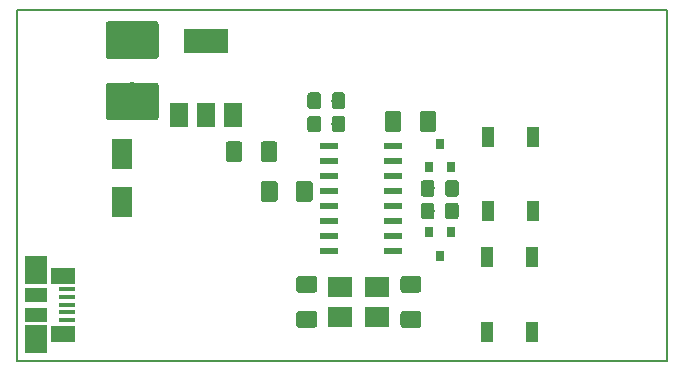
<source format=gbr>
G04 #@! TF.GenerationSoftware,KiCad,Pcbnew,(5.1.0-0)*
G04 #@! TF.CreationDate,2019-04-05T23:49:43+03:00*
G04 #@! TF.ProjectId,curtains-driver,63757274-6169-46e7-932d-647269766572,rev?*
G04 #@! TF.SameCoordinates,Original*
G04 #@! TF.FileFunction,Paste,Top*
G04 #@! TF.FilePolarity,Positive*
%FSLAX46Y46*%
G04 Gerber Fmt 4.6, Leading zero omitted, Abs format (unit mm)*
G04 Created by KiCad (PCBNEW (5.1.0-0)) date 2019-04-05 23:49:43*
%MOMM*%
%LPD*%
G04 APERTURE LIST*
%ADD10C,0.150000*%
%ADD11R,1.000000X1.700000*%
%ADD12R,2.100000X1.800000*%
%ADD13R,1.800000X2.500000*%
%ADD14C,0.100000*%
%ADD15C,1.150000*%
%ADD16C,1.425000*%
%ADD17R,1.380000X0.450000*%
%ADD18R,2.100000X1.475000*%
%ADD19R,1.900000X2.375000*%
%ADD20R,1.900000X1.175000*%
%ADD21R,1.500000X0.600000*%
%ADD22R,0.800000X0.900000*%
%ADD23C,3.200000*%
%ADD24R,3.800000X2.000000*%
%ADD25R,1.500000X2.000000*%
G04 APERTURE END LIST*
D10*
X134000000Y-63754000D02*
X134000000Y-93500000D01*
X78968600Y-63754000D02*
X78968600Y-93472000D01*
X134000000Y-93500000D02*
X78968600Y-93472000D01*
X78968600Y-63754000D02*
X134000000Y-63754000D01*
D11*
X122575400Y-84683200D03*
X122575400Y-90983200D03*
X118775400Y-84683200D03*
X118775400Y-90983200D03*
X118826200Y-80797800D03*
X118826200Y-74497800D03*
X122626200Y-80797800D03*
X122626200Y-74497800D03*
D12*
X109423800Y-89718200D03*
X106323800Y-89718200D03*
X106323800Y-87218200D03*
X109423800Y-87218200D03*
D13*
X87833200Y-75978000D03*
X87833200Y-79978000D03*
D14*
G36*
X106517805Y-72707204D02*
G01*
X106542073Y-72710804D01*
X106565872Y-72716765D01*
X106588971Y-72725030D01*
X106611150Y-72735520D01*
X106632193Y-72748132D01*
X106651899Y-72762747D01*
X106670077Y-72779223D01*
X106686553Y-72797401D01*
X106701168Y-72817107D01*
X106713780Y-72838150D01*
X106724270Y-72860329D01*
X106732535Y-72883428D01*
X106738496Y-72907227D01*
X106742096Y-72931495D01*
X106743300Y-72955999D01*
X106743300Y-73856001D01*
X106742096Y-73880505D01*
X106738496Y-73904773D01*
X106732535Y-73928572D01*
X106724270Y-73951671D01*
X106713780Y-73973850D01*
X106701168Y-73994893D01*
X106686553Y-74014599D01*
X106670077Y-74032777D01*
X106651899Y-74049253D01*
X106632193Y-74063868D01*
X106611150Y-74076480D01*
X106588971Y-74086970D01*
X106565872Y-74095235D01*
X106542073Y-74101196D01*
X106517805Y-74104796D01*
X106493301Y-74106000D01*
X105843299Y-74106000D01*
X105818795Y-74104796D01*
X105794527Y-74101196D01*
X105770728Y-74095235D01*
X105747629Y-74086970D01*
X105725450Y-74076480D01*
X105704407Y-74063868D01*
X105684701Y-74049253D01*
X105666523Y-74032777D01*
X105650047Y-74014599D01*
X105635432Y-73994893D01*
X105622820Y-73973850D01*
X105612330Y-73951671D01*
X105604065Y-73928572D01*
X105598104Y-73904773D01*
X105594504Y-73880505D01*
X105593300Y-73856001D01*
X105593300Y-72955999D01*
X105594504Y-72931495D01*
X105598104Y-72907227D01*
X105604065Y-72883428D01*
X105612330Y-72860329D01*
X105622820Y-72838150D01*
X105635432Y-72817107D01*
X105650047Y-72797401D01*
X105666523Y-72779223D01*
X105684701Y-72762747D01*
X105704407Y-72748132D01*
X105725450Y-72735520D01*
X105747629Y-72725030D01*
X105770728Y-72716765D01*
X105794527Y-72710804D01*
X105818795Y-72707204D01*
X105843299Y-72706000D01*
X106493301Y-72706000D01*
X106517805Y-72707204D01*
X106517805Y-72707204D01*
G37*
D15*
X106168300Y-73406000D03*
D14*
G36*
X104467805Y-72707204D02*
G01*
X104492073Y-72710804D01*
X104515872Y-72716765D01*
X104538971Y-72725030D01*
X104561150Y-72735520D01*
X104582193Y-72748132D01*
X104601899Y-72762747D01*
X104620077Y-72779223D01*
X104636553Y-72797401D01*
X104651168Y-72817107D01*
X104663780Y-72838150D01*
X104674270Y-72860329D01*
X104682535Y-72883428D01*
X104688496Y-72907227D01*
X104692096Y-72931495D01*
X104693300Y-72955999D01*
X104693300Y-73856001D01*
X104692096Y-73880505D01*
X104688496Y-73904773D01*
X104682535Y-73928572D01*
X104674270Y-73951671D01*
X104663780Y-73973850D01*
X104651168Y-73994893D01*
X104636553Y-74014599D01*
X104620077Y-74032777D01*
X104601899Y-74049253D01*
X104582193Y-74063868D01*
X104561150Y-74076480D01*
X104538971Y-74086970D01*
X104515872Y-74095235D01*
X104492073Y-74101196D01*
X104467805Y-74104796D01*
X104443301Y-74106000D01*
X103793299Y-74106000D01*
X103768795Y-74104796D01*
X103744527Y-74101196D01*
X103720728Y-74095235D01*
X103697629Y-74086970D01*
X103675450Y-74076480D01*
X103654407Y-74063868D01*
X103634701Y-74049253D01*
X103616523Y-74032777D01*
X103600047Y-74014599D01*
X103585432Y-73994893D01*
X103572820Y-73973850D01*
X103562330Y-73951671D01*
X103554065Y-73928572D01*
X103548104Y-73904773D01*
X103544504Y-73880505D01*
X103543300Y-73856001D01*
X103543300Y-72955999D01*
X103544504Y-72931495D01*
X103548104Y-72907227D01*
X103554065Y-72883428D01*
X103562330Y-72860329D01*
X103572820Y-72838150D01*
X103585432Y-72817107D01*
X103600047Y-72797401D01*
X103616523Y-72779223D01*
X103634701Y-72762747D01*
X103654407Y-72748132D01*
X103675450Y-72735520D01*
X103697629Y-72725030D01*
X103720728Y-72716765D01*
X103744527Y-72710804D01*
X103768795Y-72707204D01*
X103793299Y-72706000D01*
X104443301Y-72706000D01*
X104467805Y-72707204D01*
X104467805Y-72707204D01*
G37*
D15*
X104118300Y-73406000D03*
D14*
G36*
X116119005Y-78168204D02*
G01*
X116143273Y-78171804D01*
X116167072Y-78177765D01*
X116190171Y-78186030D01*
X116212350Y-78196520D01*
X116233393Y-78209132D01*
X116253099Y-78223747D01*
X116271277Y-78240223D01*
X116287753Y-78258401D01*
X116302368Y-78278107D01*
X116314980Y-78299150D01*
X116325470Y-78321329D01*
X116333735Y-78344428D01*
X116339696Y-78368227D01*
X116343296Y-78392495D01*
X116344500Y-78416999D01*
X116344500Y-79317001D01*
X116343296Y-79341505D01*
X116339696Y-79365773D01*
X116333735Y-79389572D01*
X116325470Y-79412671D01*
X116314980Y-79434850D01*
X116302368Y-79455893D01*
X116287753Y-79475599D01*
X116271277Y-79493777D01*
X116253099Y-79510253D01*
X116233393Y-79524868D01*
X116212350Y-79537480D01*
X116190171Y-79547970D01*
X116167072Y-79556235D01*
X116143273Y-79562196D01*
X116119005Y-79565796D01*
X116094501Y-79567000D01*
X115444499Y-79567000D01*
X115419995Y-79565796D01*
X115395727Y-79562196D01*
X115371928Y-79556235D01*
X115348829Y-79547970D01*
X115326650Y-79537480D01*
X115305607Y-79524868D01*
X115285901Y-79510253D01*
X115267723Y-79493777D01*
X115251247Y-79475599D01*
X115236632Y-79455893D01*
X115224020Y-79434850D01*
X115213530Y-79412671D01*
X115205265Y-79389572D01*
X115199304Y-79365773D01*
X115195704Y-79341505D01*
X115194500Y-79317001D01*
X115194500Y-78416999D01*
X115195704Y-78392495D01*
X115199304Y-78368227D01*
X115205265Y-78344428D01*
X115213530Y-78321329D01*
X115224020Y-78299150D01*
X115236632Y-78278107D01*
X115251247Y-78258401D01*
X115267723Y-78240223D01*
X115285901Y-78223747D01*
X115305607Y-78209132D01*
X115326650Y-78196520D01*
X115348829Y-78186030D01*
X115371928Y-78177765D01*
X115395727Y-78171804D01*
X115419995Y-78168204D01*
X115444499Y-78167000D01*
X116094501Y-78167000D01*
X116119005Y-78168204D01*
X116119005Y-78168204D01*
G37*
D15*
X115769500Y-78867000D03*
D14*
G36*
X114069005Y-78168204D02*
G01*
X114093273Y-78171804D01*
X114117072Y-78177765D01*
X114140171Y-78186030D01*
X114162350Y-78196520D01*
X114183393Y-78209132D01*
X114203099Y-78223747D01*
X114221277Y-78240223D01*
X114237753Y-78258401D01*
X114252368Y-78278107D01*
X114264980Y-78299150D01*
X114275470Y-78321329D01*
X114283735Y-78344428D01*
X114289696Y-78368227D01*
X114293296Y-78392495D01*
X114294500Y-78416999D01*
X114294500Y-79317001D01*
X114293296Y-79341505D01*
X114289696Y-79365773D01*
X114283735Y-79389572D01*
X114275470Y-79412671D01*
X114264980Y-79434850D01*
X114252368Y-79455893D01*
X114237753Y-79475599D01*
X114221277Y-79493777D01*
X114203099Y-79510253D01*
X114183393Y-79524868D01*
X114162350Y-79537480D01*
X114140171Y-79547970D01*
X114117072Y-79556235D01*
X114093273Y-79562196D01*
X114069005Y-79565796D01*
X114044501Y-79567000D01*
X113394499Y-79567000D01*
X113369995Y-79565796D01*
X113345727Y-79562196D01*
X113321928Y-79556235D01*
X113298829Y-79547970D01*
X113276650Y-79537480D01*
X113255607Y-79524868D01*
X113235901Y-79510253D01*
X113217723Y-79493777D01*
X113201247Y-79475599D01*
X113186632Y-79455893D01*
X113174020Y-79434850D01*
X113163530Y-79412671D01*
X113155265Y-79389572D01*
X113149304Y-79365773D01*
X113145704Y-79341505D01*
X113144500Y-79317001D01*
X113144500Y-78416999D01*
X113145704Y-78392495D01*
X113149304Y-78368227D01*
X113155265Y-78344428D01*
X113163530Y-78321329D01*
X113174020Y-78299150D01*
X113186632Y-78278107D01*
X113201247Y-78258401D01*
X113217723Y-78240223D01*
X113235901Y-78223747D01*
X113255607Y-78209132D01*
X113276650Y-78196520D01*
X113298829Y-78186030D01*
X113321928Y-78177765D01*
X113345727Y-78171804D01*
X113369995Y-78168204D01*
X113394499Y-78167000D01*
X114044501Y-78167000D01*
X114069005Y-78168204D01*
X114069005Y-78168204D01*
G37*
D15*
X113719500Y-78867000D03*
D14*
G36*
X104467805Y-70738704D02*
G01*
X104492073Y-70742304D01*
X104515872Y-70748265D01*
X104538971Y-70756530D01*
X104561150Y-70767020D01*
X104582193Y-70779632D01*
X104601899Y-70794247D01*
X104620077Y-70810723D01*
X104636553Y-70828901D01*
X104651168Y-70848607D01*
X104663780Y-70869650D01*
X104674270Y-70891829D01*
X104682535Y-70914928D01*
X104688496Y-70938727D01*
X104692096Y-70962995D01*
X104693300Y-70987499D01*
X104693300Y-71887501D01*
X104692096Y-71912005D01*
X104688496Y-71936273D01*
X104682535Y-71960072D01*
X104674270Y-71983171D01*
X104663780Y-72005350D01*
X104651168Y-72026393D01*
X104636553Y-72046099D01*
X104620077Y-72064277D01*
X104601899Y-72080753D01*
X104582193Y-72095368D01*
X104561150Y-72107980D01*
X104538971Y-72118470D01*
X104515872Y-72126735D01*
X104492073Y-72132696D01*
X104467805Y-72136296D01*
X104443301Y-72137500D01*
X103793299Y-72137500D01*
X103768795Y-72136296D01*
X103744527Y-72132696D01*
X103720728Y-72126735D01*
X103697629Y-72118470D01*
X103675450Y-72107980D01*
X103654407Y-72095368D01*
X103634701Y-72080753D01*
X103616523Y-72064277D01*
X103600047Y-72046099D01*
X103585432Y-72026393D01*
X103572820Y-72005350D01*
X103562330Y-71983171D01*
X103554065Y-71960072D01*
X103548104Y-71936273D01*
X103544504Y-71912005D01*
X103543300Y-71887501D01*
X103543300Y-70987499D01*
X103544504Y-70962995D01*
X103548104Y-70938727D01*
X103554065Y-70914928D01*
X103562330Y-70891829D01*
X103572820Y-70869650D01*
X103585432Y-70848607D01*
X103600047Y-70828901D01*
X103616523Y-70810723D01*
X103634701Y-70794247D01*
X103654407Y-70779632D01*
X103675450Y-70767020D01*
X103697629Y-70756530D01*
X103720728Y-70748265D01*
X103744527Y-70742304D01*
X103768795Y-70738704D01*
X103793299Y-70737500D01*
X104443301Y-70737500D01*
X104467805Y-70738704D01*
X104467805Y-70738704D01*
G37*
D15*
X104118300Y-71437500D03*
D14*
G36*
X106517805Y-70738704D02*
G01*
X106542073Y-70742304D01*
X106565872Y-70748265D01*
X106588971Y-70756530D01*
X106611150Y-70767020D01*
X106632193Y-70779632D01*
X106651899Y-70794247D01*
X106670077Y-70810723D01*
X106686553Y-70828901D01*
X106701168Y-70848607D01*
X106713780Y-70869650D01*
X106724270Y-70891829D01*
X106732535Y-70914928D01*
X106738496Y-70938727D01*
X106742096Y-70962995D01*
X106743300Y-70987499D01*
X106743300Y-71887501D01*
X106742096Y-71912005D01*
X106738496Y-71936273D01*
X106732535Y-71960072D01*
X106724270Y-71983171D01*
X106713780Y-72005350D01*
X106701168Y-72026393D01*
X106686553Y-72046099D01*
X106670077Y-72064277D01*
X106651899Y-72080753D01*
X106632193Y-72095368D01*
X106611150Y-72107980D01*
X106588971Y-72118470D01*
X106565872Y-72126735D01*
X106542073Y-72132696D01*
X106517805Y-72136296D01*
X106493301Y-72137500D01*
X105843299Y-72137500D01*
X105818795Y-72136296D01*
X105794527Y-72132696D01*
X105770728Y-72126735D01*
X105747629Y-72118470D01*
X105725450Y-72107980D01*
X105704407Y-72095368D01*
X105684701Y-72080753D01*
X105666523Y-72064277D01*
X105650047Y-72046099D01*
X105635432Y-72026393D01*
X105622820Y-72005350D01*
X105612330Y-71983171D01*
X105604065Y-71960072D01*
X105598104Y-71936273D01*
X105594504Y-71912005D01*
X105593300Y-71887501D01*
X105593300Y-70987499D01*
X105594504Y-70962995D01*
X105598104Y-70938727D01*
X105604065Y-70914928D01*
X105612330Y-70891829D01*
X105622820Y-70869650D01*
X105635432Y-70848607D01*
X105650047Y-70828901D01*
X105666523Y-70810723D01*
X105684701Y-70794247D01*
X105704407Y-70779632D01*
X105725450Y-70767020D01*
X105747629Y-70756530D01*
X105770728Y-70748265D01*
X105794527Y-70742304D01*
X105818795Y-70738704D01*
X105843299Y-70737500D01*
X106493301Y-70737500D01*
X106517805Y-70738704D01*
X106517805Y-70738704D01*
G37*
D15*
X106168300Y-71437500D03*
D14*
G36*
X104129104Y-89244404D02*
G01*
X104153373Y-89248004D01*
X104177171Y-89253965D01*
X104200271Y-89262230D01*
X104222449Y-89272720D01*
X104243493Y-89285333D01*
X104263198Y-89299947D01*
X104281377Y-89316423D01*
X104297853Y-89334602D01*
X104312467Y-89354307D01*
X104325080Y-89375351D01*
X104335570Y-89397529D01*
X104343835Y-89420629D01*
X104349796Y-89444427D01*
X104353396Y-89468696D01*
X104354600Y-89493200D01*
X104354600Y-90418200D01*
X104353396Y-90442704D01*
X104349796Y-90466973D01*
X104343835Y-90490771D01*
X104335570Y-90513871D01*
X104325080Y-90536049D01*
X104312467Y-90557093D01*
X104297853Y-90576798D01*
X104281377Y-90594977D01*
X104263198Y-90611453D01*
X104243493Y-90626067D01*
X104222449Y-90638680D01*
X104200271Y-90649170D01*
X104177171Y-90657435D01*
X104153373Y-90663396D01*
X104129104Y-90666996D01*
X104104600Y-90668200D01*
X102854600Y-90668200D01*
X102830096Y-90666996D01*
X102805827Y-90663396D01*
X102782029Y-90657435D01*
X102758929Y-90649170D01*
X102736751Y-90638680D01*
X102715707Y-90626067D01*
X102696002Y-90611453D01*
X102677823Y-90594977D01*
X102661347Y-90576798D01*
X102646733Y-90557093D01*
X102634120Y-90536049D01*
X102623630Y-90513871D01*
X102615365Y-90490771D01*
X102609404Y-90466973D01*
X102605804Y-90442704D01*
X102604600Y-90418200D01*
X102604600Y-89493200D01*
X102605804Y-89468696D01*
X102609404Y-89444427D01*
X102615365Y-89420629D01*
X102623630Y-89397529D01*
X102634120Y-89375351D01*
X102646733Y-89354307D01*
X102661347Y-89334602D01*
X102677823Y-89316423D01*
X102696002Y-89299947D01*
X102715707Y-89285333D01*
X102736751Y-89272720D01*
X102758929Y-89262230D01*
X102782029Y-89253965D01*
X102805827Y-89248004D01*
X102830096Y-89244404D01*
X102854600Y-89243200D01*
X104104600Y-89243200D01*
X104129104Y-89244404D01*
X104129104Y-89244404D01*
G37*
D16*
X103479600Y-89955700D03*
D14*
G36*
X104129104Y-86269404D02*
G01*
X104153373Y-86273004D01*
X104177171Y-86278965D01*
X104200271Y-86287230D01*
X104222449Y-86297720D01*
X104243493Y-86310333D01*
X104263198Y-86324947D01*
X104281377Y-86341423D01*
X104297853Y-86359602D01*
X104312467Y-86379307D01*
X104325080Y-86400351D01*
X104335570Y-86422529D01*
X104343835Y-86445629D01*
X104349796Y-86469427D01*
X104353396Y-86493696D01*
X104354600Y-86518200D01*
X104354600Y-87443200D01*
X104353396Y-87467704D01*
X104349796Y-87491973D01*
X104343835Y-87515771D01*
X104335570Y-87538871D01*
X104325080Y-87561049D01*
X104312467Y-87582093D01*
X104297853Y-87601798D01*
X104281377Y-87619977D01*
X104263198Y-87636453D01*
X104243493Y-87651067D01*
X104222449Y-87663680D01*
X104200271Y-87674170D01*
X104177171Y-87682435D01*
X104153373Y-87688396D01*
X104129104Y-87691996D01*
X104104600Y-87693200D01*
X102854600Y-87693200D01*
X102830096Y-87691996D01*
X102805827Y-87688396D01*
X102782029Y-87682435D01*
X102758929Y-87674170D01*
X102736751Y-87663680D01*
X102715707Y-87651067D01*
X102696002Y-87636453D01*
X102677823Y-87619977D01*
X102661347Y-87601798D01*
X102646733Y-87582093D01*
X102634120Y-87561049D01*
X102623630Y-87538871D01*
X102615365Y-87515771D01*
X102609404Y-87491973D01*
X102605804Y-87467704D01*
X102604600Y-87443200D01*
X102604600Y-86518200D01*
X102605804Y-86493696D01*
X102609404Y-86469427D01*
X102615365Y-86445629D01*
X102623630Y-86422529D01*
X102634120Y-86400351D01*
X102646733Y-86379307D01*
X102661347Y-86359602D01*
X102677823Y-86341423D01*
X102696002Y-86324947D01*
X102715707Y-86310333D01*
X102736751Y-86297720D01*
X102758929Y-86287230D01*
X102782029Y-86278965D01*
X102805827Y-86273004D01*
X102830096Y-86269404D01*
X102854600Y-86268200D01*
X104104600Y-86268200D01*
X104129104Y-86269404D01*
X104129104Y-86269404D01*
G37*
D16*
X103479600Y-86980700D03*
D14*
G36*
X103765004Y-78247204D02*
G01*
X103789273Y-78250804D01*
X103813071Y-78256765D01*
X103836171Y-78265030D01*
X103858349Y-78275520D01*
X103879393Y-78288133D01*
X103899098Y-78302747D01*
X103917277Y-78319223D01*
X103933753Y-78337402D01*
X103948367Y-78357107D01*
X103960980Y-78378151D01*
X103971470Y-78400329D01*
X103979735Y-78423429D01*
X103985696Y-78447227D01*
X103989296Y-78471496D01*
X103990500Y-78496000D01*
X103990500Y-79746000D01*
X103989296Y-79770504D01*
X103985696Y-79794773D01*
X103979735Y-79818571D01*
X103971470Y-79841671D01*
X103960980Y-79863849D01*
X103948367Y-79884893D01*
X103933753Y-79904598D01*
X103917277Y-79922777D01*
X103899098Y-79939253D01*
X103879393Y-79953867D01*
X103858349Y-79966480D01*
X103836171Y-79976970D01*
X103813071Y-79985235D01*
X103789273Y-79991196D01*
X103765004Y-79994796D01*
X103740500Y-79996000D01*
X102815500Y-79996000D01*
X102790996Y-79994796D01*
X102766727Y-79991196D01*
X102742929Y-79985235D01*
X102719829Y-79976970D01*
X102697651Y-79966480D01*
X102676607Y-79953867D01*
X102656902Y-79939253D01*
X102638723Y-79922777D01*
X102622247Y-79904598D01*
X102607633Y-79884893D01*
X102595020Y-79863849D01*
X102584530Y-79841671D01*
X102576265Y-79818571D01*
X102570304Y-79794773D01*
X102566704Y-79770504D01*
X102565500Y-79746000D01*
X102565500Y-78496000D01*
X102566704Y-78471496D01*
X102570304Y-78447227D01*
X102576265Y-78423429D01*
X102584530Y-78400329D01*
X102595020Y-78378151D01*
X102607633Y-78357107D01*
X102622247Y-78337402D01*
X102638723Y-78319223D01*
X102656902Y-78302747D01*
X102676607Y-78288133D01*
X102697651Y-78275520D01*
X102719829Y-78265030D01*
X102742929Y-78256765D01*
X102766727Y-78250804D01*
X102790996Y-78247204D01*
X102815500Y-78246000D01*
X103740500Y-78246000D01*
X103765004Y-78247204D01*
X103765004Y-78247204D01*
G37*
D16*
X103278000Y-79121000D03*
D14*
G36*
X100790004Y-78247204D02*
G01*
X100814273Y-78250804D01*
X100838071Y-78256765D01*
X100861171Y-78265030D01*
X100883349Y-78275520D01*
X100904393Y-78288133D01*
X100924098Y-78302747D01*
X100942277Y-78319223D01*
X100958753Y-78337402D01*
X100973367Y-78357107D01*
X100985980Y-78378151D01*
X100996470Y-78400329D01*
X101004735Y-78423429D01*
X101010696Y-78447227D01*
X101014296Y-78471496D01*
X101015500Y-78496000D01*
X101015500Y-79746000D01*
X101014296Y-79770504D01*
X101010696Y-79794773D01*
X101004735Y-79818571D01*
X100996470Y-79841671D01*
X100985980Y-79863849D01*
X100973367Y-79884893D01*
X100958753Y-79904598D01*
X100942277Y-79922777D01*
X100924098Y-79939253D01*
X100904393Y-79953867D01*
X100883349Y-79966480D01*
X100861171Y-79976970D01*
X100838071Y-79985235D01*
X100814273Y-79991196D01*
X100790004Y-79994796D01*
X100765500Y-79996000D01*
X99840500Y-79996000D01*
X99815996Y-79994796D01*
X99791727Y-79991196D01*
X99767929Y-79985235D01*
X99744829Y-79976970D01*
X99722651Y-79966480D01*
X99701607Y-79953867D01*
X99681902Y-79939253D01*
X99663723Y-79922777D01*
X99647247Y-79904598D01*
X99632633Y-79884893D01*
X99620020Y-79863849D01*
X99609530Y-79841671D01*
X99601265Y-79818571D01*
X99595304Y-79794773D01*
X99591704Y-79770504D01*
X99590500Y-79746000D01*
X99590500Y-78496000D01*
X99591704Y-78471496D01*
X99595304Y-78447227D01*
X99601265Y-78423429D01*
X99609530Y-78400329D01*
X99620020Y-78378151D01*
X99632633Y-78357107D01*
X99647247Y-78337402D01*
X99663723Y-78319223D01*
X99681902Y-78302747D01*
X99701607Y-78288133D01*
X99722651Y-78275520D01*
X99744829Y-78265030D01*
X99767929Y-78256765D01*
X99791727Y-78250804D01*
X99815996Y-78247204D01*
X99840500Y-78246000D01*
X100765500Y-78246000D01*
X100790004Y-78247204D01*
X100790004Y-78247204D01*
G37*
D16*
X100303000Y-79121000D03*
D17*
X83184500Y-87409500D03*
X83184500Y-88059500D03*
X83184500Y-88709500D03*
X83184500Y-89359500D03*
X83184500Y-90009500D03*
D18*
X82824500Y-86247000D03*
X82824500Y-91172000D03*
D19*
X80524500Y-85799500D03*
X80524500Y-91619500D03*
D20*
X80524500Y-87869500D03*
X80524500Y-89549500D03*
D21*
X105362000Y-75311000D03*
X105362000Y-76581000D03*
X105362000Y-77851000D03*
X105362000Y-79121000D03*
X105362000Y-80391000D03*
X105362000Y-81661000D03*
X105362000Y-82931000D03*
X105362000Y-84201000D03*
X110762000Y-84201000D03*
X110762000Y-82931000D03*
X110762000Y-81661000D03*
X110762000Y-80391000D03*
X110762000Y-79121000D03*
X110762000Y-77851000D03*
X110762000Y-76581000D03*
X110762000Y-75311000D03*
D22*
X114744500Y-84566000D03*
X113794500Y-82566000D03*
X115694500Y-82566000D03*
X113794500Y-77073000D03*
X115694500Y-77073000D03*
X114744500Y-75073000D03*
D14*
G36*
X114069005Y-80073204D02*
G01*
X114093273Y-80076804D01*
X114117072Y-80082765D01*
X114140171Y-80091030D01*
X114162350Y-80101520D01*
X114183393Y-80114132D01*
X114203099Y-80128747D01*
X114221277Y-80145223D01*
X114237753Y-80163401D01*
X114252368Y-80183107D01*
X114264980Y-80204150D01*
X114275470Y-80226329D01*
X114283735Y-80249428D01*
X114289696Y-80273227D01*
X114293296Y-80297495D01*
X114294500Y-80321999D01*
X114294500Y-81222001D01*
X114293296Y-81246505D01*
X114289696Y-81270773D01*
X114283735Y-81294572D01*
X114275470Y-81317671D01*
X114264980Y-81339850D01*
X114252368Y-81360893D01*
X114237753Y-81380599D01*
X114221277Y-81398777D01*
X114203099Y-81415253D01*
X114183393Y-81429868D01*
X114162350Y-81442480D01*
X114140171Y-81452970D01*
X114117072Y-81461235D01*
X114093273Y-81467196D01*
X114069005Y-81470796D01*
X114044501Y-81472000D01*
X113394499Y-81472000D01*
X113369995Y-81470796D01*
X113345727Y-81467196D01*
X113321928Y-81461235D01*
X113298829Y-81452970D01*
X113276650Y-81442480D01*
X113255607Y-81429868D01*
X113235901Y-81415253D01*
X113217723Y-81398777D01*
X113201247Y-81380599D01*
X113186632Y-81360893D01*
X113174020Y-81339850D01*
X113163530Y-81317671D01*
X113155265Y-81294572D01*
X113149304Y-81270773D01*
X113145704Y-81246505D01*
X113144500Y-81222001D01*
X113144500Y-80321999D01*
X113145704Y-80297495D01*
X113149304Y-80273227D01*
X113155265Y-80249428D01*
X113163530Y-80226329D01*
X113174020Y-80204150D01*
X113186632Y-80183107D01*
X113201247Y-80163401D01*
X113217723Y-80145223D01*
X113235901Y-80128747D01*
X113255607Y-80114132D01*
X113276650Y-80101520D01*
X113298829Y-80091030D01*
X113321928Y-80082765D01*
X113345727Y-80076804D01*
X113369995Y-80073204D01*
X113394499Y-80072000D01*
X114044501Y-80072000D01*
X114069005Y-80073204D01*
X114069005Y-80073204D01*
G37*
D15*
X113719500Y-80772000D03*
D14*
G36*
X116119005Y-80073204D02*
G01*
X116143273Y-80076804D01*
X116167072Y-80082765D01*
X116190171Y-80091030D01*
X116212350Y-80101520D01*
X116233393Y-80114132D01*
X116253099Y-80128747D01*
X116271277Y-80145223D01*
X116287753Y-80163401D01*
X116302368Y-80183107D01*
X116314980Y-80204150D01*
X116325470Y-80226329D01*
X116333735Y-80249428D01*
X116339696Y-80273227D01*
X116343296Y-80297495D01*
X116344500Y-80321999D01*
X116344500Y-81222001D01*
X116343296Y-81246505D01*
X116339696Y-81270773D01*
X116333735Y-81294572D01*
X116325470Y-81317671D01*
X116314980Y-81339850D01*
X116302368Y-81360893D01*
X116287753Y-81380599D01*
X116271277Y-81398777D01*
X116253099Y-81415253D01*
X116233393Y-81429868D01*
X116212350Y-81442480D01*
X116190171Y-81452970D01*
X116167072Y-81461235D01*
X116143273Y-81467196D01*
X116119005Y-81470796D01*
X116094501Y-81472000D01*
X115444499Y-81472000D01*
X115419995Y-81470796D01*
X115395727Y-81467196D01*
X115371928Y-81461235D01*
X115348829Y-81452970D01*
X115326650Y-81442480D01*
X115305607Y-81429868D01*
X115285901Y-81415253D01*
X115267723Y-81398777D01*
X115251247Y-81380599D01*
X115236632Y-81360893D01*
X115224020Y-81339850D01*
X115213530Y-81317671D01*
X115205265Y-81294572D01*
X115199304Y-81270773D01*
X115195704Y-81246505D01*
X115194500Y-81222001D01*
X115194500Y-80321999D01*
X115195704Y-80297495D01*
X115199304Y-80273227D01*
X115205265Y-80249428D01*
X115213530Y-80226329D01*
X115224020Y-80204150D01*
X115236632Y-80183107D01*
X115251247Y-80163401D01*
X115267723Y-80145223D01*
X115285901Y-80128747D01*
X115305607Y-80114132D01*
X115326650Y-80101520D01*
X115348829Y-80091030D01*
X115371928Y-80082765D01*
X115395727Y-80076804D01*
X115419995Y-80073204D01*
X115444499Y-80072000D01*
X116094501Y-80072000D01*
X116119005Y-80073204D01*
X116119005Y-80073204D01*
G37*
D15*
X115769500Y-80772000D03*
D14*
G36*
X112942904Y-89244404D02*
G01*
X112967173Y-89248004D01*
X112990971Y-89253965D01*
X113014071Y-89262230D01*
X113036249Y-89272720D01*
X113057293Y-89285333D01*
X113076998Y-89299947D01*
X113095177Y-89316423D01*
X113111653Y-89334602D01*
X113126267Y-89354307D01*
X113138880Y-89375351D01*
X113149370Y-89397529D01*
X113157635Y-89420629D01*
X113163596Y-89444427D01*
X113167196Y-89468696D01*
X113168400Y-89493200D01*
X113168400Y-90418200D01*
X113167196Y-90442704D01*
X113163596Y-90466973D01*
X113157635Y-90490771D01*
X113149370Y-90513871D01*
X113138880Y-90536049D01*
X113126267Y-90557093D01*
X113111653Y-90576798D01*
X113095177Y-90594977D01*
X113076998Y-90611453D01*
X113057293Y-90626067D01*
X113036249Y-90638680D01*
X113014071Y-90649170D01*
X112990971Y-90657435D01*
X112967173Y-90663396D01*
X112942904Y-90666996D01*
X112918400Y-90668200D01*
X111668400Y-90668200D01*
X111643896Y-90666996D01*
X111619627Y-90663396D01*
X111595829Y-90657435D01*
X111572729Y-90649170D01*
X111550551Y-90638680D01*
X111529507Y-90626067D01*
X111509802Y-90611453D01*
X111491623Y-90594977D01*
X111475147Y-90576798D01*
X111460533Y-90557093D01*
X111447920Y-90536049D01*
X111437430Y-90513871D01*
X111429165Y-90490771D01*
X111423204Y-90466973D01*
X111419604Y-90442704D01*
X111418400Y-90418200D01*
X111418400Y-89493200D01*
X111419604Y-89468696D01*
X111423204Y-89444427D01*
X111429165Y-89420629D01*
X111437430Y-89397529D01*
X111447920Y-89375351D01*
X111460533Y-89354307D01*
X111475147Y-89334602D01*
X111491623Y-89316423D01*
X111509802Y-89299947D01*
X111529507Y-89285333D01*
X111550551Y-89272720D01*
X111572729Y-89262230D01*
X111595829Y-89253965D01*
X111619627Y-89248004D01*
X111643896Y-89244404D01*
X111668400Y-89243200D01*
X112918400Y-89243200D01*
X112942904Y-89244404D01*
X112942904Y-89244404D01*
G37*
D16*
X112293400Y-89955700D03*
D14*
G36*
X112942904Y-86269404D02*
G01*
X112967173Y-86273004D01*
X112990971Y-86278965D01*
X113014071Y-86287230D01*
X113036249Y-86297720D01*
X113057293Y-86310333D01*
X113076998Y-86324947D01*
X113095177Y-86341423D01*
X113111653Y-86359602D01*
X113126267Y-86379307D01*
X113138880Y-86400351D01*
X113149370Y-86422529D01*
X113157635Y-86445629D01*
X113163596Y-86469427D01*
X113167196Y-86493696D01*
X113168400Y-86518200D01*
X113168400Y-87443200D01*
X113167196Y-87467704D01*
X113163596Y-87491973D01*
X113157635Y-87515771D01*
X113149370Y-87538871D01*
X113138880Y-87561049D01*
X113126267Y-87582093D01*
X113111653Y-87601798D01*
X113095177Y-87619977D01*
X113076998Y-87636453D01*
X113057293Y-87651067D01*
X113036249Y-87663680D01*
X113014071Y-87674170D01*
X112990971Y-87682435D01*
X112967173Y-87688396D01*
X112942904Y-87691996D01*
X112918400Y-87693200D01*
X111668400Y-87693200D01*
X111643896Y-87691996D01*
X111619627Y-87688396D01*
X111595829Y-87682435D01*
X111572729Y-87674170D01*
X111550551Y-87663680D01*
X111529507Y-87651067D01*
X111509802Y-87636453D01*
X111491623Y-87619977D01*
X111475147Y-87601798D01*
X111460533Y-87582093D01*
X111447920Y-87561049D01*
X111437430Y-87538871D01*
X111429165Y-87515771D01*
X111423204Y-87491973D01*
X111419604Y-87467704D01*
X111418400Y-87443200D01*
X111418400Y-86518200D01*
X111419604Y-86493696D01*
X111423204Y-86469427D01*
X111429165Y-86445629D01*
X111437430Y-86422529D01*
X111447920Y-86400351D01*
X111460533Y-86379307D01*
X111475147Y-86359602D01*
X111491623Y-86341423D01*
X111509802Y-86324947D01*
X111529507Y-86310333D01*
X111550551Y-86297720D01*
X111572729Y-86287230D01*
X111595829Y-86278965D01*
X111619627Y-86273004D01*
X111643896Y-86269404D01*
X111668400Y-86268200D01*
X112918400Y-86268200D01*
X112942904Y-86269404D01*
X112942904Y-86269404D01*
G37*
D16*
X112293400Y-86980700D03*
D14*
G36*
X111267504Y-72329004D02*
G01*
X111291773Y-72332604D01*
X111315571Y-72338565D01*
X111338671Y-72346830D01*
X111360849Y-72357320D01*
X111381893Y-72369933D01*
X111401598Y-72384547D01*
X111419777Y-72401023D01*
X111436253Y-72419202D01*
X111450867Y-72438907D01*
X111463480Y-72459951D01*
X111473970Y-72482129D01*
X111482235Y-72505229D01*
X111488196Y-72529027D01*
X111491796Y-72553296D01*
X111493000Y-72577800D01*
X111493000Y-73827800D01*
X111491796Y-73852304D01*
X111488196Y-73876573D01*
X111482235Y-73900371D01*
X111473970Y-73923471D01*
X111463480Y-73945649D01*
X111450867Y-73966693D01*
X111436253Y-73986398D01*
X111419777Y-74004577D01*
X111401598Y-74021053D01*
X111381893Y-74035667D01*
X111360849Y-74048280D01*
X111338671Y-74058770D01*
X111315571Y-74067035D01*
X111291773Y-74072996D01*
X111267504Y-74076596D01*
X111243000Y-74077800D01*
X110318000Y-74077800D01*
X110293496Y-74076596D01*
X110269227Y-74072996D01*
X110245429Y-74067035D01*
X110222329Y-74058770D01*
X110200151Y-74048280D01*
X110179107Y-74035667D01*
X110159402Y-74021053D01*
X110141223Y-74004577D01*
X110124747Y-73986398D01*
X110110133Y-73966693D01*
X110097520Y-73945649D01*
X110087030Y-73923471D01*
X110078765Y-73900371D01*
X110072804Y-73876573D01*
X110069204Y-73852304D01*
X110068000Y-73827800D01*
X110068000Y-72577800D01*
X110069204Y-72553296D01*
X110072804Y-72529027D01*
X110078765Y-72505229D01*
X110087030Y-72482129D01*
X110097520Y-72459951D01*
X110110133Y-72438907D01*
X110124747Y-72419202D01*
X110141223Y-72401023D01*
X110159402Y-72384547D01*
X110179107Y-72369933D01*
X110200151Y-72357320D01*
X110222329Y-72346830D01*
X110245429Y-72338565D01*
X110269227Y-72332604D01*
X110293496Y-72329004D01*
X110318000Y-72327800D01*
X111243000Y-72327800D01*
X111267504Y-72329004D01*
X111267504Y-72329004D01*
G37*
D16*
X110780500Y-73202800D03*
D14*
G36*
X114242504Y-72329004D02*
G01*
X114266773Y-72332604D01*
X114290571Y-72338565D01*
X114313671Y-72346830D01*
X114335849Y-72357320D01*
X114356893Y-72369933D01*
X114376598Y-72384547D01*
X114394777Y-72401023D01*
X114411253Y-72419202D01*
X114425867Y-72438907D01*
X114438480Y-72459951D01*
X114448970Y-72482129D01*
X114457235Y-72505229D01*
X114463196Y-72529027D01*
X114466796Y-72553296D01*
X114468000Y-72577800D01*
X114468000Y-73827800D01*
X114466796Y-73852304D01*
X114463196Y-73876573D01*
X114457235Y-73900371D01*
X114448970Y-73923471D01*
X114438480Y-73945649D01*
X114425867Y-73966693D01*
X114411253Y-73986398D01*
X114394777Y-74004577D01*
X114376598Y-74021053D01*
X114356893Y-74035667D01*
X114335849Y-74048280D01*
X114313671Y-74058770D01*
X114290571Y-74067035D01*
X114266773Y-74072996D01*
X114242504Y-74076596D01*
X114218000Y-74077800D01*
X113293000Y-74077800D01*
X113268496Y-74076596D01*
X113244227Y-74072996D01*
X113220429Y-74067035D01*
X113197329Y-74058770D01*
X113175151Y-74048280D01*
X113154107Y-74035667D01*
X113134402Y-74021053D01*
X113116223Y-74004577D01*
X113099747Y-73986398D01*
X113085133Y-73966693D01*
X113072520Y-73945649D01*
X113062030Y-73923471D01*
X113053765Y-73900371D01*
X113047804Y-73876573D01*
X113044204Y-73852304D01*
X113043000Y-73827800D01*
X113043000Y-72577800D01*
X113044204Y-72553296D01*
X113047804Y-72529027D01*
X113053765Y-72505229D01*
X113062030Y-72482129D01*
X113072520Y-72459951D01*
X113085133Y-72438907D01*
X113099747Y-72419202D01*
X113116223Y-72401023D01*
X113134402Y-72384547D01*
X113154107Y-72369933D01*
X113175151Y-72357320D01*
X113197329Y-72346830D01*
X113220429Y-72338565D01*
X113244227Y-72332604D01*
X113268496Y-72329004D01*
X113293000Y-72327800D01*
X114218000Y-72327800D01*
X114242504Y-72329004D01*
X114242504Y-72329004D01*
G37*
D16*
X113755500Y-73202800D03*
D14*
G36*
X100780504Y-74881704D02*
G01*
X100804773Y-74885304D01*
X100828571Y-74891265D01*
X100851671Y-74899530D01*
X100873849Y-74910020D01*
X100894893Y-74922633D01*
X100914598Y-74937247D01*
X100932777Y-74953723D01*
X100949253Y-74971902D01*
X100963867Y-74991607D01*
X100976480Y-75012651D01*
X100986970Y-75034829D01*
X100995235Y-75057929D01*
X101001196Y-75081727D01*
X101004796Y-75105996D01*
X101006000Y-75130500D01*
X101006000Y-76380500D01*
X101004796Y-76405004D01*
X101001196Y-76429273D01*
X100995235Y-76453071D01*
X100986970Y-76476171D01*
X100976480Y-76498349D01*
X100963867Y-76519393D01*
X100949253Y-76539098D01*
X100932777Y-76557277D01*
X100914598Y-76573753D01*
X100894893Y-76588367D01*
X100873849Y-76600980D01*
X100851671Y-76611470D01*
X100828571Y-76619735D01*
X100804773Y-76625696D01*
X100780504Y-76629296D01*
X100756000Y-76630500D01*
X99831000Y-76630500D01*
X99806496Y-76629296D01*
X99782227Y-76625696D01*
X99758429Y-76619735D01*
X99735329Y-76611470D01*
X99713151Y-76600980D01*
X99692107Y-76588367D01*
X99672402Y-76573753D01*
X99654223Y-76557277D01*
X99637747Y-76539098D01*
X99623133Y-76519393D01*
X99610520Y-76498349D01*
X99600030Y-76476171D01*
X99591765Y-76453071D01*
X99585804Y-76429273D01*
X99582204Y-76405004D01*
X99581000Y-76380500D01*
X99581000Y-75130500D01*
X99582204Y-75105996D01*
X99585804Y-75081727D01*
X99591765Y-75057929D01*
X99600030Y-75034829D01*
X99610520Y-75012651D01*
X99623133Y-74991607D01*
X99637747Y-74971902D01*
X99654223Y-74953723D01*
X99672402Y-74937247D01*
X99692107Y-74922633D01*
X99713151Y-74910020D01*
X99735329Y-74899530D01*
X99758429Y-74891265D01*
X99782227Y-74885304D01*
X99806496Y-74881704D01*
X99831000Y-74880500D01*
X100756000Y-74880500D01*
X100780504Y-74881704D01*
X100780504Y-74881704D01*
G37*
D16*
X100293500Y-75755500D03*
D14*
G36*
X97805504Y-74881704D02*
G01*
X97829773Y-74885304D01*
X97853571Y-74891265D01*
X97876671Y-74899530D01*
X97898849Y-74910020D01*
X97919893Y-74922633D01*
X97939598Y-74937247D01*
X97957777Y-74953723D01*
X97974253Y-74971902D01*
X97988867Y-74991607D01*
X98001480Y-75012651D01*
X98011970Y-75034829D01*
X98020235Y-75057929D01*
X98026196Y-75081727D01*
X98029796Y-75105996D01*
X98031000Y-75130500D01*
X98031000Y-76380500D01*
X98029796Y-76405004D01*
X98026196Y-76429273D01*
X98020235Y-76453071D01*
X98011970Y-76476171D01*
X98001480Y-76498349D01*
X97988867Y-76519393D01*
X97974253Y-76539098D01*
X97957777Y-76557277D01*
X97939598Y-76573753D01*
X97919893Y-76588367D01*
X97898849Y-76600980D01*
X97876671Y-76611470D01*
X97853571Y-76619735D01*
X97829773Y-76625696D01*
X97805504Y-76629296D01*
X97781000Y-76630500D01*
X96856000Y-76630500D01*
X96831496Y-76629296D01*
X96807227Y-76625696D01*
X96783429Y-76619735D01*
X96760329Y-76611470D01*
X96738151Y-76600980D01*
X96717107Y-76588367D01*
X96697402Y-76573753D01*
X96679223Y-76557277D01*
X96662747Y-76539098D01*
X96648133Y-76519393D01*
X96635520Y-76498349D01*
X96625030Y-76476171D01*
X96616765Y-76453071D01*
X96610804Y-76429273D01*
X96607204Y-76405004D01*
X96606000Y-76380500D01*
X96606000Y-75130500D01*
X96607204Y-75105996D01*
X96610804Y-75081727D01*
X96616765Y-75057929D01*
X96625030Y-75034829D01*
X96635520Y-75012651D01*
X96648133Y-74991607D01*
X96662747Y-74971902D01*
X96679223Y-74953723D01*
X96697402Y-74937247D01*
X96717107Y-74922633D01*
X96738151Y-74910020D01*
X96760329Y-74899530D01*
X96783429Y-74891265D01*
X96807227Y-74885304D01*
X96831496Y-74881704D01*
X96856000Y-74880500D01*
X97781000Y-74880500D01*
X97805504Y-74881704D01*
X97805504Y-74881704D01*
G37*
D16*
X97318500Y-75755500D03*
D14*
G36*
X90709004Y-69898704D02*
G01*
X90733273Y-69902304D01*
X90757071Y-69908265D01*
X90780171Y-69916530D01*
X90802349Y-69927020D01*
X90823393Y-69939633D01*
X90843098Y-69954247D01*
X90861277Y-69970723D01*
X90877753Y-69988902D01*
X90892367Y-70008607D01*
X90904980Y-70029651D01*
X90915470Y-70051829D01*
X90923735Y-70074929D01*
X90929696Y-70098727D01*
X90933296Y-70122996D01*
X90934500Y-70147500D01*
X90934500Y-72847500D01*
X90933296Y-72872004D01*
X90929696Y-72896273D01*
X90923735Y-72920071D01*
X90915470Y-72943171D01*
X90904980Y-72965349D01*
X90892367Y-72986393D01*
X90877753Y-73006098D01*
X90861277Y-73024277D01*
X90843098Y-73040753D01*
X90823393Y-73055367D01*
X90802349Y-73067980D01*
X90780171Y-73078470D01*
X90757071Y-73086735D01*
X90733273Y-73092696D01*
X90709004Y-73096296D01*
X90684500Y-73097500D01*
X86734500Y-73097500D01*
X86709996Y-73096296D01*
X86685727Y-73092696D01*
X86661929Y-73086735D01*
X86638829Y-73078470D01*
X86616651Y-73067980D01*
X86595607Y-73055367D01*
X86575902Y-73040753D01*
X86557723Y-73024277D01*
X86541247Y-73006098D01*
X86526633Y-72986393D01*
X86514020Y-72965349D01*
X86503530Y-72943171D01*
X86495265Y-72920071D01*
X86489304Y-72896273D01*
X86485704Y-72872004D01*
X86484500Y-72847500D01*
X86484500Y-70147500D01*
X86485704Y-70122996D01*
X86489304Y-70098727D01*
X86495265Y-70074929D01*
X86503530Y-70051829D01*
X86514020Y-70029651D01*
X86526633Y-70008607D01*
X86541247Y-69988902D01*
X86557723Y-69970723D01*
X86575902Y-69954247D01*
X86595607Y-69939633D01*
X86616651Y-69927020D01*
X86638829Y-69916530D01*
X86661929Y-69908265D01*
X86685727Y-69902304D01*
X86709996Y-69898704D01*
X86734500Y-69897500D01*
X90684500Y-69897500D01*
X90709004Y-69898704D01*
X90709004Y-69898704D01*
G37*
D23*
X88709500Y-71497500D03*
D14*
G36*
X90709004Y-64698704D02*
G01*
X90733273Y-64702304D01*
X90757071Y-64708265D01*
X90780171Y-64716530D01*
X90802349Y-64727020D01*
X90823393Y-64739633D01*
X90843098Y-64754247D01*
X90861277Y-64770723D01*
X90877753Y-64788902D01*
X90892367Y-64808607D01*
X90904980Y-64829651D01*
X90915470Y-64851829D01*
X90923735Y-64874929D01*
X90929696Y-64898727D01*
X90933296Y-64922996D01*
X90934500Y-64947500D01*
X90934500Y-67647500D01*
X90933296Y-67672004D01*
X90929696Y-67696273D01*
X90923735Y-67720071D01*
X90915470Y-67743171D01*
X90904980Y-67765349D01*
X90892367Y-67786393D01*
X90877753Y-67806098D01*
X90861277Y-67824277D01*
X90843098Y-67840753D01*
X90823393Y-67855367D01*
X90802349Y-67867980D01*
X90780171Y-67878470D01*
X90757071Y-67886735D01*
X90733273Y-67892696D01*
X90709004Y-67896296D01*
X90684500Y-67897500D01*
X86734500Y-67897500D01*
X86709996Y-67896296D01*
X86685727Y-67892696D01*
X86661929Y-67886735D01*
X86638829Y-67878470D01*
X86616651Y-67867980D01*
X86595607Y-67855367D01*
X86575902Y-67840753D01*
X86557723Y-67824277D01*
X86541247Y-67806098D01*
X86526633Y-67786393D01*
X86514020Y-67765349D01*
X86503530Y-67743171D01*
X86495265Y-67720071D01*
X86489304Y-67696273D01*
X86485704Y-67672004D01*
X86484500Y-67647500D01*
X86484500Y-64947500D01*
X86485704Y-64922996D01*
X86489304Y-64898727D01*
X86495265Y-64874929D01*
X86503530Y-64851829D01*
X86514020Y-64829651D01*
X86526633Y-64808607D01*
X86541247Y-64788902D01*
X86557723Y-64770723D01*
X86575902Y-64754247D01*
X86595607Y-64739633D01*
X86616651Y-64727020D01*
X86638829Y-64716530D01*
X86661929Y-64708265D01*
X86685727Y-64702304D01*
X86709996Y-64698704D01*
X86734500Y-64697500D01*
X90684500Y-64697500D01*
X90709004Y-64698704D01*
X90709004Y-64698704D01*
G37*
D23*
X88709500Y-66297500D03*
D24*
X94932500Y-66382500D03*
D25*
X94932500Y-72682500D03*
X97232500Y-72682500D03*
X92632500Y-72682500D03*
M02*

</source>
